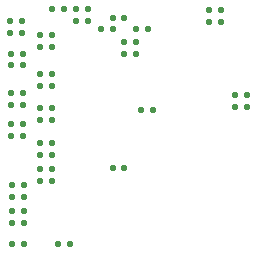
<source format=gbr>
%TF.GenerationSoftware,Altium Limited,Altium Designer,23.9.2 (47)*%
G04 Layer_Color=128*
%FSLAX45Y45*%
%MOMM*%
%TF.SameCoordinates,AC4A3DE0-5486-420A-B1FF-1F5B93080124*%
%TF.FilePolarity,Positive*%
%TF.FileFunction,Paste,Bot*%
%TF.Part,Single*%
G01*
G75*
%TA.AperFunction,SMDPad,CuDef*%
G04:AMPARAMS|DCode=51|XSize=0.53666mm|YSize=0.53666mm|CornerRadius=0.11833mm|HoleSize=0mm|Usage=FLASHONLY|Rotation=270.000|XOffset=0mm|YOffset=0mm|HoleType=Round|Shape=RoundedRectangle|*
%AMROUNDEDRECTD51*
21,1,0.53666,0.30000,0,0,270.0*
21,1,0.30000,0.53666,0,0,270.0*
1,1,0.23666,-0.15000,-0.15000*
1,1,0.23666,-0.15000,0.15000*
1,1,0.23666,0.15000,0.15000*
1,1,0.23666,0.15000,-0.15000*
%
%ADD51ROUNDEDRECTD51*%
D51*
X1000000Y2380000D02*
D03*
X1100000D02*
D03*
X1610000Y2100000D02*
D03*
X1710000D02*
D03*
X1750000Y1530000D02*
D03*
X1850000D02*
D03*
X660000Y390000D02*
D03*
X760000D02*
D03*
X2550000Y1650000D02*
D03*
X2650000D02*
D03*
X2430000Y2270000D02*
D03*
X2330000D02*
D03*
X650000Y1670000D02*
D03*
X750000D02*
D03*
X659999Y889998D02*
D03*
X759999D02*
D03*
X900000Y1250000D02*
D03*
X1000000D02*
D03*
X900000Y1830000D02*
D03*
X1000000D02*
D03*
X650000Y2000000D02*
D03*
X750000D02*
D03*
X1200000Y2380000D02*
D03*
X1300000D02*
D03*
X1510000Y2310000D02*
D03*
X1610000D02*
D03*
X900000Y1540000D02*
D03*
X1000000D02*
D03*
X1710000Y2210000D02*
D03*
X1810000D02*
D03*
X900000Y1030000D02*
D03*
X1000000D02*
D03*
X900000Y2160000D02*
D03*
X1000000D02*
D03*
X640000Y2280000D02*
D03*
X740000D02*
D03*
X2430000Y2370000D02*
D03*
X2330000D02*
D03*
X650000Y1410000D02*
D03*
X750000D02*
D03*
X750000Y1570000D02*
D03*
X650000D02*
D03*
X1410000Y2210000D02*
D03*
X1510000D02*
D03*
X750000Y1310000D02*
D03*
X650000D02*
D03*
X1300000Y2280000D02*
D03*
X1200000D02*
D03*
X1000000Y1440000D02*
D03*
X900000D02*
D03*
X760000Y790000D02*
D03*
X660000D02*
D03*
X900000Y1150000D02*
D03*
X1000000D02*
D03*
X660000Y670000D02*
D03*
X760000D02*
D03*
X1050000Y390000D02*
D03*
X1150000D02*
D03*
X660000Y570000D02*
D03*
X760000D02*
D03*
X1710000Y2000000D02*
D03*
X1610000D02*
D03*
X900000Y930000D02*
D03*
X1000000D02*
D03*
X900000Y1730000D02*
D03*
X1000000D02*
D03*
X650000Y1910000D02*
D03*
X750000D02*
D03*
X2550000Y1550000D02*
D03*
X2650000D02*
D03*
X1000000Y2060000D02*
D03*
X900000D02*
D03*
X1510000Y1040000D02*
D03*
X1610000D02*
D03*
X740000Y2180000D02*
D03*
X640000D02*
D03*
%TF.MD5,043dbde8d4db6b80337299710a4d1328*%
M02*

</source>
